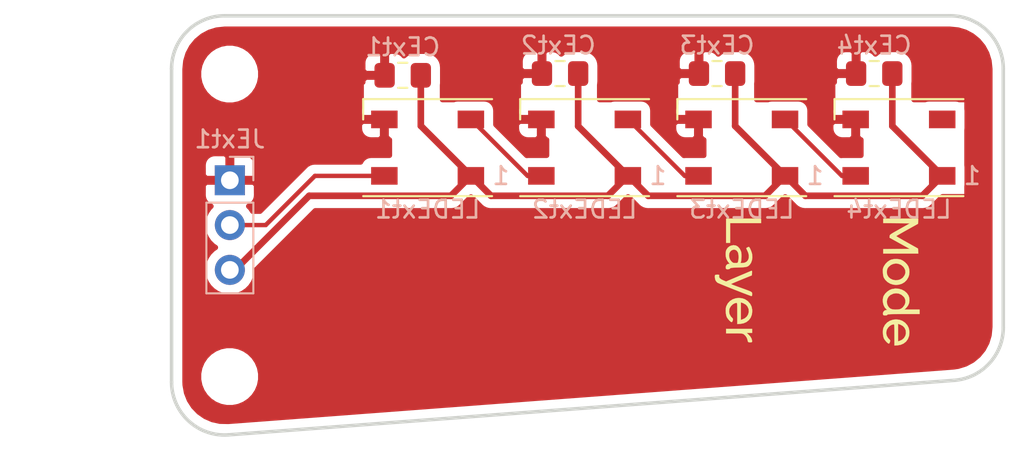
<source format=kicad_pcb>
(kicad_pcb (version 20171130) (host pcbnew "(5.1.6)-1")

  (general
    (thickness 1.6)
    (drawings 8)
    (tracks 48)
    (zones 0)
    (modules 13)
    (nets 7)
  )

  (page A4)
  (layers
    (0 F.Cu signal)
    (31 B.Cu signal)
    (32 B.Adhes user)
    (33 F.Adhes user)
    (34 B.Paste user)
    (35 F.Paste user)
    (36 B.SilkS user)
    (37 F.SilkS user)
    (38 B.Mask user)
    (39 F.Mask user)
    (40 Dwgs.User user)
    (41 Cmts.User user)
    (42 Eco1.User user)
    (43 Eco2.User user)
    (44 Edge.Cuts user)
    (45 Margin user)
    (46 B.CrtYd user)
    (47 F.CrtYd user)
    (48 B.Fab user)
    (49 F.Fab user)
  )

  (setup
    (last_trace_width 0.25)
    (user_trace_width 0.2)
    (user_trace_width 0.25)
    (user_trace_width 0.3)
    (user_trace_width 0.375)
    (trace_clearance 0.2)
    (zone_clearance 0.508)
    (zone_45_only no)
    (trace_min 0.2)
    (via_size 0.8)
    (via_drill 0.4)
    (via_min_size 0.4)
    (via_min_drill 0.3)
    (uvia_size 0.3)
    (uvia_drill 0.1)
    (uvias_allowed no)
    (uvia_min_size 0.2)
    (uvia_min_drill 0.1)
    (edge_width 0.05)
    (segment_width 0.2)
    (pcb_text_width 0.3)
    (pcb_text_size 1.5 1.5)
    (mod_edge_width 0.12)
    (mod_text_size 1 1)
    (mod_text_width 0.15)
    (pad_size 1.524 1.524)
    (pad_drill 0.762)
    (pad_to_mask_clearance 0.05)
    (aux_axis_origin 0 0)
    (visible_elements 7FFFFFFF)
    (pcbplotparams
      (layerselection 0x010f0_ffffffff)
      (usegerberextensions true)
      (usegerberattributes false)
      (usegerberadvancedattributes false)
      (creategerberjobfile false)
      (excludeedgelayer true)
      (linewidth 0.100000)
      (plotframeref false)
      (viasonmask false)
      (mode 1)
      (useauxorigin false)
      (hpglpennumber 1)
      (hpglpenspeed 20)
      (hpglpendiameter 15.000000)
      (psnegative false)
      (psa4output false)
      (plotreference true)
      (plotvalue true)
      (plotinvisibletext false)
      (padsonsilk false)
      (subtractmaskfromsilk true)
      (outputformat 1)
      (mirror false)
      (drillshape 0)
      (scaleselection 1)
      (outputdirectory "./gerber"))
  )

  (net 0 "")
  (net 1 "Net-(JExt1-Pad2)")
  (net 2 "Net-(LEDExt1-Pad2)")
  (net 3 "Net-(LEDExt2-Pad2)")
  (net 4 "Net-(LEDExt3-Pad2)")
  (net 5 "Net-(CExt1-Pad1)")
  (net 6 "Net-(CExt1-Pad2)")

  (net_class Default "This is the default net class."
    (clearance 0.2)
    (trace_width 0.25)
    (via_dia 0.8)
    (via_drill 0.4)
    (uvia_dia 0.3)
    (uvia_drill 0.1)
    (add_net "Net-(CExt1-Pad1)")
    (add_net "Net-(CExt1-Pad2)")
    (add_net "Net-(JExt1-Pad2)")
    (add_net "Net-(LEDExt1-Pad2)")
    (add_net "Net-(LEDExt2-Pad2)")
    (add_net "Net-(LEDExt3-Pad2)")
  )

  (net_class Power ""
    (clearance 0.2)
    (trace_width 0.375)
    (via_dia 0.8)
    (via_drill 0.4)
    (uvia_dia 0.3)
    (uvia_drill 0.1)
  )

  (module tunks-parts:Text_Layer_7.3x3.0mm (layer F.Cu) (tedit 0) (tstamp 5F1F4E6B)
    (at 152 102.7 270)
    (fp_text reference G*** (at 0 0 90) (layer F.SilkS) hide
      (effects (font (size 1.524 1.524) (thickness 0.3)))
    )
    (fp_text value LOGO (at 0.75 0 90) (layer F.SilkS) hide
      (effects (font (size 1.524 1.524) (thickness 0.3)))
    )
    (fp_poly (pts (xy 3.0734 -0.279254) (xy 3.166917 -0.382767) (xy 3.276925 -0.482658) (xy 3.394448 -0.55178)
      (xy 3.506799 -0.583087) (xy 3.529588 -0.5842) (xy 3.577317 -0.580889) (xy 3.599748 -0.561694)
      (xy 3.606407 -0.512722) (xy 3.6068 -0.471612) (xy 3.604838 -0.407805) (xy 3.591571 -0.369322)
      (xy 3.555929 -0.346063) (xy 3.486838 -0.327929) (xy 3.438481 -0.318066) (xy 3.338608 -0.279083)
      (xy 3.237341 -0.208958) (xy 3.155206 -0.122376) (xy 3.145534 -0.108469) (xy 3.128781 -0.077628)
      (xy 3.116549 -0.038204) (xy 3.108149 0.017713) (xy 3.102891 0.098031) (xy 3.100085 0.210659)
      (xy 3.099042 0.363506) (xy 3.098967 0.42545) (xy 3.0988 0.889) (xy 2.8448 0.889)
      (xy 2.8448 -0.5842) (xy 3.0734 -0.5842) (xy 3.0734 -0.279254)) (layer F.SilkS) (width 0.01))
    (fp_poly (pts (xy -3.1496 0.6604) (xy -2.032 0.6604) (xy -2.032 0.889) (xy -3.4036 0.889)
      (xy -3.4036 -1.0922) (xy -3.1496 -1.0922) (xy -3.1496 0.6604)) (layer F.SilkS) (width 0.01))
    (fp_poly (pts (xy 2.036279 -0.570351) (xy 2.206742 -0.504735) (xy 2.34868 -0.400358) (xy 2.457886 -0.261163)
      (xy 2.530151 -0.091096) (xy 2.559777 0.08002) (xy 2.572225 0.254) (xy 1.971912 0.254)
      (xy 1.782384 0.254133) (xy 1.637627 0.254881) (xy 1.531612 0.256768) (xy 1.45831 0.260316)
      (xy 1.411691 0.266048) (xy 1.385727 0.274486) (xy 1.374389 0.286154) (xy 1.371648 0.301574)
      (xy 1.3716 0.306061) (xy 1.39435 0.409215) (xy 1.455564 0.513413) (xy 1.544684 0.606371)
      (xy 1.651152 0.675807) (xy 1.708601 0.698166) (xy 1.864042 0.720106) (xy 2.010466 0.692779)
      (xy 2.143085 0.617543) (xy 2.20802 0.556655) (xy 2.256509 0.509972) (xy 2.299167 0.496047)
      (xy 2.361304 0.507509) (xy 2.369277 0.509688) (xy 2.431765 0.535738) (xy 2.462747 0.566642)
      (xy 2.4638 0.572693) (xy 2.444359 0.617129) (xy 2.393691 0.678164) (xy 2.323278 0.744892)
      (xy 2.244601 0.806407) (xy 2.170857 0.85097) (xy 2.07225 0.882837) (xy 1.943481 0.902589)
      (xy 1.803937 0.909312) (xy 1.673007 0.902091) (xy 1.570078 0.880011) (xy 1.568398 0.879396)
      (xy 1.401863 0.792153) (xy 1.267131 0.668297) (xy 1.1681 0.513665) (xy 1.108669 0.334094)
      (xy 1.0922 0.166431) (xy 1.103818 0.0508) (xy 1.342776 0.0508) (xy 2.333253 0.0508)
      (xy 2.310174 -0.029673) (xy 2.245376 -0.173717) (xy 2.147042 -0.286237) (xy 2.023104 -0.362581)
      (xy 1.881491 -0.398096) (xy 1.730136 -0.388127) (xy 1.708387 -0.382774) (xy 1.572829 -0.32331)
      (xy 1.46659 -0.224697) (xy 1.387598 -0.084694) (xy 1.360013 -0.00635) (xy 1.342776 0.0508)
      (xy 1.103818 0.0508) (xy 1.111463 -0.025277) (xy 1.171536 -0.191834) (xy 1.275843 -0.342482)
      (xy 1.284289 -0.352004) (xy 1.423914 -0.476005) (xy 1.581432 -0.55458) (xy 1.762893 -0.590348)
      (xy 1.8415 -0.593261) (xy 2.036279 -0.570351)) (layer F.SilkS) (width 0.01))
    (fp_poly (pts (xy -1.045443 -0.577149) (xy -0.896864 -0.522615) (xy -0.791684 -0.449638) (xy -0.743035 -0.400147)
      (xy -0.706502 -0.349505) (xy -0.680063 -0.289331) (xy -0.661695 -0.211241) (xy -0.649377 -0.106856)
      (xy -0.641086 0.032207) (xy -0.635255 0.198674) (xy -0.629948 0.360416) (xy -0.624378 0.478622)
      (xy -0.617649 0.560548) (xy -0.608864 0.613454) (xy -0.597127 0.644599) (xy -0.581541 0.661241)
      (xy -0.57785 0.663486) (xy -0.543831 0.707401) (xy -0.5334 0.788178) (xy -0.538438 0.855606)
      (xy -0.559465 0.889324) (xy -0.595067 0.903509) (xy -0.688258 0.906652) (xy -0.768146 0.873544)
      (xy -0.822118 0.81239) (xy -0.8382 0.745351) (xy -0.8382 0.681531) (xy -0.937506 0.760182)
      (xy -1.0228 0.817436) (xy -1.116199 0.86564) (xy -1.1439 0.876617) (xy -1.25333 0.902192)
      (xy -1.379385 0.912145) (xy -1.503082 0.906644) (xy -1.605441 0.885859) (xy -1.6383 0.872194)
      (xy -1.755724 0.792518) (xy -1.835409 0.692404) (xy -1.869633 0.618679) (xy -1.901468 0.474753)
      (xy -1.896735 0.437157) (xy -1.649681 0.437157) (xy -1.633611 0.524836) (xy -1.587574 0.605356)
      (xy -1.515037 0.670511) (xy -1.419471 0.712098) (xy -1.304343 0.72191) (xy -1.27 0.717992)
      (xy -1.188581 0.701304) (xy -1.117624 0.680695) (xy -1.1176 0.680687) (xy -1.059313 0.648227)
      (xy -0.99126 0.595742) (xy -0.97155 0.577659) (xy -0.921346 0.522412) (xy -0.896854 0.468845)
      (xy -0.889285 0.394259) (xy -0.889 0.364511) (xy -0.890643 0.286415) (xy -0.901667 0.243764)
      (xy -0.931214 0.221203) (xy -0.98425 0.204535) (xy -1.091375 0.18556) (xy -1.217509 0.178958)
      (xy -1.342839 0.184385) (xy -1.447555 0.201496) (xy -1.483397 0.213216) (xy -1.578042 0.273142)
      (xy -1.632314 0.350524) (xy -1.649681 0.437157) (xy -1.896735 0.437157) (xy -1.884788 0.342261)
      (xy -1.821308 0.225024) (xy -1.712739 0.126863) (xy -1.6279 0.07929) (xy -1.548939 0.045787)
      (xy -1.476598 0.026024) (xy -1.392745 0.01688) (xy -1.27925 0.01523) (xy -1.2573 0.015451)
      (xy -1.145695 0.019823) (xy -1.045989 0.029097) (xy -0.974626 0.041559) (xy -0.95885 0.046572)
      (xy -0.889 0.074942) (xy -0.889095 -0.045079) (xy -0.910122 -0.17776) (xy -0.96894 -0.282335)
      (xy -1.059504 -0.356365) (xy -1.175765 -0.397414) (xy -1.311678 -0.403043) (xy -1.461196 -0.370814)
      (xy -1.575644 -0.321885) (xy -1.6495 -0.285145) (xy -1.704876 -0.260493) (xy -1.725467 -0.254)
      (xy -1.747381 -0.274409) (xy -1.77497 -0.321396) (xy -1.797094 -0.373601) (xy -1.8034 -0.403442)
      (xy -1.781094 -0.429571) (xy -1.722343 -0.464785) (xy -1.639401 -0.503709) (xy -1.544522 -0.540964)
      (xy -1.449959 -0.571176) (xy -1.387979 -0.585728) (xy -1.213329 -0.599141) (xy -1.045443 -0.577149)) (layer F.SilkS) (width 0.01))
    (fp_poly (pts (xy 0.876718 -0.584203) (xy 0.878359 -0.5842) (xy 0.950031 -0.581435) (xy 0.982025 -0.570057)
      (xy 0.985307 -0.545447) (xy 0.983837 -0.53975) (xy 0.964951 -0.482711) (xy 0.930546 -0.387906)
      (xy 0.883152 -0.261719) (xy 0.825301 -0.110539) (xy 0.75952 0.05925) (xy 0.688342 0.241259)
      (xy 0.614295 0.429104) (xy 0.53991 0.616397) (xy 0.467718 0.796753) (xy 0.400247 0.963785)
      (xy 0.340029 1.111107) (xy 0.289593 1.232332) (xy 0.251469 1.321074) (xy 0.228188 1.370946)
      (xy 0.224118 1.377894) (xy 0.161862 1.441225) (xy 0.086971 1.488338) (xy 0.085939 1.488773)
      (xy 0.012739 1.510007) (xy -0.072179 1.521813) (xy -0.150384 1.523058) (xy -0.203447 1.512609)
      (xy -0.211667 1.507066) (xy -0.222059 1.473255) (xy -0.228034 1.408455) (xy -0.2286 1.379582)
      (xy -0.226514 1.311468) (xy -0.21494 1.282296) (xy -0.185909 1.280229) (xy -0.164915 1.285016)
      (xy -0.08896 1.283966) (xy -0.019821 1.238845) (xy 0.045278 1.14715) (xy 0.089062 1.055959)
      (xy 0.159956 0.889151) (xy -0.139043 0.184225) (xy -0.214556 0.006102) (xy -0.283914 -0.157682)
      (xy -0.344556 -0.301061) (xy -0.393919 -0.417973) (xy -0.429441 -0.502353) (xy -0.448561 -0.548138)
      (xy -0.450892 -0.553891) (xy -0.446329 -0.573079) (xy -0.407638 -0.580989) (xy -0.327121 -0.579291)
      (xy -0.1905 -0.5715) (xy 0.049646 0.019049) (xy 0.11575 0.180305) (xy 0.175987 0.324777)
      (xy 0.227648 0.446159) (xy 0.268019 0.538149) (xy 0.294389 0.594442) (xy 0.303646 0.609544)
      (xy 0.316012 0.586763) (xy 0.342567 0.523188) (xy 0.380553 0.425913) (xy 0.427215 0.302036)
      (xy 0.479796 0.158651) (xy 0.493542 0.120594) (xy 0.566122 -0.081268) (xy 0.623769 -0.240531)
      (xy 0.669229 -0.362221) (xy 0.705246 -0.451364) (xy 0.734564 -0.512986) (xy 0.759927 -0.552113)
      (xy 0.784079 -0.573773) (xy 0.809766 -0.58299) (xy 0.839731 -0.584791) (xy 0.876718 -0.584203)) (layer F.SilkS) (width 0.01))
  )

  (module tunks-parts:Text_Mode_7.6x3.1mm (layer F.Cu) (tedit 0) (tstamp 5F1F4E27)
    (at 160.9 102.8 270)
    (fp_text reference G*** (at 0 0 90) (layer F.SilkS) hide
      (effects (font (size 1.524 1.524) (thickness 0.3)))
    )
    (fp_text value LOGO (at 0.75 0 90) (layer F.SilkS) hide
      (effects (font (size 1.524 1.524) (thickness 0.3)))
    )
    (fp_poly (pts (xy -1.524 0.889) (xy -1.777245 0.889) (xy -1.783973 0.13892) (xy -1.7907 -0.61116)
      (xy -2.1082 -0.038781) (xy -2.4257 0.533599) (xy -2.512148 0.527149) (xy -2.539169 0.523905)
      (xy -2.563557 0.515174) (xy -2.588911 0.495851) (xy -2.618828 0.46083) (xy -2.656908 0.405003)
      (xy -2.706747 0.323265) (xy -2.771945 0.210509) (xy -2.856099 0.061629) (xy -2.918548 -0.049587)
      (xy -3.2385 -0.619874) (xy -3.251956 0.889) (xy -3.5052 0.889) (xy -3.5052 -1.094736)
      (xy -3.2131 -1.0795) (xy -2.8702 -0.463613) (xy -2.780466 -0.303296) (xy -2.698513 -0.158517)
      (xy -2.627619 -0.034935) (xy -2.571061 0.061792) (xy -2.532116 0.126005) (xy -2.514061 0.152045)
      (xy -2.513474 0.152337) (xy -2.497959 0.131091) (xy -2.461062 0.071082) (xy -2.406074 -0.022048)
      (xy -2.336285 -0.142655) (xy -2.254985 -0.285096) (xy -2.165466 -0.443729) (xy -2.154347 -0.46355)
      (xy -1.809047 -1.0795) (xy -1.666524 -1.087118) (xy -1.524 -1.094736) (xy -1.524 0.889)) (layer F.SilkS) (width 0.01))
    (fp_poly (pts (xy 3.153879 -0.570351) (xy 3.324342 -0.504735) (xy 3.46628 -0.400358) (xy 3.575486 -0.261163)
      (xy 3.647751 -0.091096) (xy 3.677377 0.08002) (xy 3.689825 0.254) (xy 3.089512 0.254)
      (xy 2.899984 0.254133) (xy 2.755227 0.254881) (xy 2.649212 0.256768) (xy 2.57591 0.260316)
      (xy 2.529291 0.266048) (xy 2.503327 0.274486) (xy 2.491989 0.286154) (xy 2.489248 0.301574)
      (xy 2.4892 0.306061) (xy 2.51195 0.409215) (xy 2.573164 0.513413) (xy 2.662284 0.606371)
      (xy 2.768752 0.675807) (xy 2.826201 0.698166) (xy 2.981642 0.720106) (xy 3.128066 0.692779)
      (xy 3.260685 0.617543) (xy 3.32562 0.556655) (xy 3.374109 0.509972) (xy 3.416767 0.496047)
      (xy 3.478904 0.507509) (xy 3.486877 0.509688) (xy 3.549365 0.535738) (xy 3.580347 0.566642)
      (xy 3.5814 0.572693) (xy 3.561959 0.617129) (xy 3.511291 0.678164) (xy 3.440878 0.744892)
      (xy 3.362201 0.806407) (xy 3.288457 0.85097) (xy 3.18985 0.882837) (xy 3.061081 0.902589)
      (xy 2.921537 0.909312) (xy 2.790607 0.902091) (xy 2.687678 0.880011) (xy 2.685998 0.879396)
      (xy 2.519463 0.792153) (xy 2.384731 0.668297) (xy 2.2857 0.513665) (xy 2.226269 0.334094)
      (xy 2.2098 0.166431) (xy 2.221418 0.0508) (xy 2.460376 0.0508) (xy 3.450853 0.0508)
      (xy 3.427774 -0.029673) (xy 3.362976 -0.173717) (xy 3.264642 -0.286237) (xy 3.140704 -0.362581)
      (xy 2.999091 -0.398096) (xy 2.847736 -0.388127) (xy 2.825987 -0.382774) (xy 2.690429 -0.32331)
      (xy 2.58419 -0.224697) (xy 2.505198 -0.084694) (xy 2.477613 -0.00635) (xy 2.460376 0.0508)
      (xy 2.221418 0.0508) (xy 2.229063 -0.025277) (xy 2.289136 -0.191834) (xy 2.393443 -0.342482)
      (xy 2.401889 -0.352004) (xy 2.541514 -0.476005) (xy 2.699032 -0.55458) (xy 2.880493 -0.590348)
      (xy 2.9591 -0.593261) (xy 3.153879 -0.570351)) (layer F.SilkS) (width 0.01))
    (fp_poly (pts (xy 1.905 -0.265903) (xy 1.905236 -0.024489) (xy 1.906077 0.170909) (xy 1.907722 0.325073)
      (xy 1.910368 0.442785) (xy 1.914216 0.528829) (xy 1.919464 0.587984) (xy 1.926309 0.625035)
      (xy 1.934952 0.644763) (xy 1.9431 0.651214) (xy 1.971215 0.68746) (xy 1.981165 0.768994)
      (xy 1.9812 0.775705) (xy 1.97578 0.850214) (xy 1.955913 0.888685) (xy 1.93256 0.901014)
      (xy 1.841997 0.906182) (xy 1.760114 0.870848) (xy 1.700421 0.804832) (xy 1.676427 0.717952)
      (xy 1.6764 0.714822) (xy 1.6764 0.653549) (xy 1.625507 0.718248) (xy 1.527487 0.805377)
      (xy 1.39694 0.868733) (xy 1.247506 0.905742) (xy 1.092822 0.913828) (xy 0.946529 0.890417)
      (xy 0.869891 0.860896) (xy 0.744778 0.776487) (xy 0.629855 0.658559) (xy 0.538951 0.523548)
      (xy 0.492106 0.411872) (xy 0.458372 0.217357) (xy 0.461032 0.161325) (xy 0.723937 0.161325)
      (xy 0.74948 0.323118) (xy 0.822769 0.481206) (xy 0.827331 0.488311) (xy 0.921757 0.589795)
      (xy 1.043397 0.656167) (xy 1.180309 0.684681) (xy 1.320554 0.672593) (xy 1.434348 0.627845)
      (xy 1.532817 0.559486) (xy 1.597995 0.479486) (xy 1.635293 0.376802) (xy 1.650117 0.240391)
      (xy 1.651 0.185482) (xy 1.646085 0.047659) (xy 1.628069 -0.054334) (xy 1.592044 -0.134798)
      (xy 1.533104 -0.208039) (xy 1.507217 -0.233603) (xy 1.383336 -0.322415) (xy 1.250405 -0.367025)
      (xy 1.116805 -0.366858) (xy 0.990919 -0.321335) (xy 0.924531 -0.273738) (xy 0.812388 -0.144357)
      (xy 0.745215 0.003082) (xy 0.723937 0.161325) (xy 0.461032 0.161325) (xy 0.467472 0.025672)
      (xy 0.516344 -0.155057) (xy 0.601926 -0.316707) (xy 0.721155 -0.451152) (xy 0.8509 -0.540204)
      (xy 0.987076 -0.585949) (xy 1.140282 -0.596664) (xy 1.291224 -0.572833) (xy 1.402218 -0.526428)
      (xy 1.485073 -0.469904) (xy 1.560119 -0.405779) (xy 1.584822 -0.37955) (xy 1.651 -0.300903)
      (xy 1.651 -1.1684) (xy 1.905 -1.1684) (xy 1.905 -0.265903)) (layer F.SilkS) (width 0.01))
    (fp_poly (pts (xy -0.30484 -0.574312) (xy -0.183403 -0.534586) (xy -0.026597 -0.440744) (xy 0.095481 -0.317013)
      (xy 0.182706 -0.1707) (xy 0.234947 -0.00911) (xy 0.252079 0.160449) (xy 0.233972 0.33067)
      (xy 0.1805 0.494247) (xy 0.091534 0.643873) (xy -0.033053 0.772242) (xy -0.159093 0.855056)
      (xy -0.24277 0.882833) (xy -0.366984 0.901775) (xy -0.4572 0.908188) (xy -0.568923 0.911533)
      (xy -0.647883 0.90728) (xy -0.711904 0.892492) (xy -0.77881 0.864226) (xy -0.806168 0.850626)
      (xy -0.941871 0.760376) (xy -1.060837 0.641076) (xy -1.149739 0.507445) (xy -1.179193 0.438566)
      (xy -1.210177 0.293992) (xy -1.215288 0.171198) (xy -0.961918 0.171198) (xy -0.939442 0.319528)
      (xy -0.878146 0.458127) (xy -0.778972 0.577639) (xy -0.6985 0.638284) (xy -0.607976 0.672215)
      (xy -0.493098 0.685192) (xy -0.376309 0.676025) (xy -0.312804 0.658708) (xy -0.193933 0.588567)
      (xy -0.103481 0.485141) (xy -0.042942 0.358225) (xy -0.013814 0.217615) (xy -0.017593 0.073105)
      (xy -0.055775 -0.06551) (xy -0.129857 -0.188435) (xy -0.176018 -0.236669) (xy -0.307386 -0.328605)
      (xy -0.440804 -0.369934) (xy -0.574551 -0.360648) (xy -0.706904 -0.300744) (xy -0.786985 -0.238654)
      (xy -0.886633 -0.117247) (xy -0.94463 0.022488) (xy -0.961918 0.171198) (xy -1.215288 0.171198)
      (xy -1.217019 0.129621) (xy -1.199738 -0.02966) (xy -1.178763 -0.109629) (xy -1.11779 -0.231033)
      (xy -1.02335 -0.353227) (xy -0.909923 -0.460203) (xy -0.79403 -0.534978) (xy -0.644474 -0.582295)
      (xy -0.475402 -0.595403) (xy -0.30484 -0.574312)) (layer F.SilkS) (width 0.01))
  )

  (module LED_SMD:LED_WS2812B_PLCC4_5.0x5.0mm_P3.2mm (layer F.Cu) (tedit 5AA4B285) (tstamp 5F1F4004)
    (at 134.21 95.27 180)
    (descr https://cdn-shop.adafruit.com/datasheets/WS2812B.pdf)
    (tags "LED RGB NeoPixel")
    (path /5F1DCAF5)
    (attr smd)
    (fp_text reference LEDExt1 (at 0 -3.5) (layer B.SilkS)
      (effects (font (size 1 1) (thickness 0.15)) (justify mirror))
    )
    (fp_text value WS2812B (at 0 4) (layer F.Fab)
      (effects (font (size 1 1) (thickness 0.15)))
    )
    (fp_circle (center 0 0) (end 0 -2) (layer F.Fab) (width 0.1))
    (fp_line (start 3.65 2.75) (end 3.65 1.6) (layer F.SilkS) (width 0.12))
    (fp_line (start -3.65 2.75) (end 3.65 2.75) (layer F.SilkS) (width 0.12))
    (fp_line (start -3.65 -2.75) (end 3.65 -2.75) (layer F.SilkS) (width 0.12))
    (fp_line (start 2.5 -2.5) (end -2.5 -2.5) (layer F.Fab) (width 0.1))
    (fp_line (start 2.5 2.5) (end 2.5 -2.5) (layer F.Fab) (width 0.1))
    (fp_line (start -2.5 2.5) (end 2.5 2.5) (layer F.Fab) (width 0.1))
    (fp_line (start -2.5 -2.5) (end -2.5 2.5) (layer F.Fab) (width 0.1))
    (fp_line (start 2.5 1.5) (end 1.5 2.5) (layer F.Fab) (width 0.1))
    (fp_line (start -3.45 -2.75) (end -3.45 2.75) (layer F.CrtYd) (width 0.05))
    (fp_line (start -3.45 2.75) (end 3.45 2.75) (layer F.CrtYd) (width 0.05))
    (fp_line (start 3.45 2.75) (end 3.45 -2.75) (layer F.CrtYd) (width 0.05))
    (fp_line (start 3.45 -2.75) (end -3.45 -2.75) (layer F.CrtYd) (width 0.05))
    (fp_text user 1 (at -4.15 -1.6) (layer B.SilkS)
      (effects (font (size 1 1) (thickness 0.15)) (justify mirror))
    )
    (fp_text user %R (at 0.01 0) (layer F.Fab)
      (effects (font (size 0.8 0.8) (thickness 0.15)))
    )
    (pad 3 smd rect (at 2.45 1.6 180) (size 1.5 1) (layers F.Cu F.Paste F.Mask)
      (net 6 "Net-(CExt1-Pad2)"))
    (pad 4 smd rect (at 2.45 -1.6 180) (size 1.5 1) (layers F.Cu F.Paste F.Mask)
      (net 1 "Net-(JExt1-Pad2)"))
    (pad 2 smd rect (at -2.45 1.6 180) (size 1.5 1) (layers F.Cu F.Paste F.Mask)
      (net 2 "Net-(LEDExt1-Pad2)"))
    (pad 1 smd rect (at -2.45 -1.6 180) (size 1.5 1) (layers F.Cu F.Paste F.Mask)
      (net 5 "Net-(CExt1-Pad1)"))
    (model ${KISYS3DMOD}/LED_SMD.3dshapes/LED_WS2812B_PLCC4_5.0x5.0mm_P3.2mm.wrl
      (at (xyz 0 0 0))
      (scale (xyz 1 1 1))
      (rotate (xyz 0 0 0))
    )
  )

  (module LED_SMD:LED_WS2812B_PLCC4_5.0x5.0mm_P3.2mm (layer F.Cu) (tedit 5AA4B285) (tstamp 5F1F419C)
    (at 143.1 95.27 180)
    (descr https://cdn-shop.adafruit.com/datasheets/WS2812B.pdf)
    (tags "LED RGB NeoPixel")
    (path /5F1DCB06)
    (attr smd)
    (fp_text reference LEDExt2 (at 0 -3.5) (layer B.SilkS)
      (effects (font (size 1 1) (thickness 0.15)) (justify mirror))
    )
    (fp_text value WS2812B (at 0 4) (layer F.Fab)
      (effects (font (size 1 1) (thickness 0.15)))
    )
    (fp_line (start 3.45 -2.75) (end -3.45 -2.75) (layer F.CrtYd) (width 0.05))
    (fp_line (start 3.45 2.75) (end 3.45 -2.75) (layer F.CrtYd) (width 0.05))
    (fp_line (start -3.45 2.75) (end 3.45 2.75) (layer F.CrtYd) (width 0.05))
    (fp_line (start -3.45 -2.75) (end -3.45 2.75) (layer F.CrtYd) (width 0.05))
    (fp_line (start 2.5 1.5) (end 1.5 2.5) (layer F.Fab) (width 0.1))
    (fp_line (start -2.5 -2.5) (end -2.5 2.5) (layer F.Fab) (width 0.1))
    (fp_line (start -2.5 2.5) (end 2.5 2.5) (layer F.Fab) (width 0.1))
    (fp_line (start 2.5 2.5) (end 2.5 -2.5) (layer F.Fab) (width 0.1))
    (fp_line (start 2.5 -2.5) (end -2.5 -2.5) (layer F.Fab) (width 0.1))
    (fp_line (start -3.65 -2.75) (end 3.65 -2.75) (layer F.SilkS) (width 0.12))
    (fp_line (start -3.65 2.75) (end 3.65 2.75) (layer F.SilkS) (width 0.12))
    (fp_line (start 3.65 2.75) (end 3.65 1.6) (layer F.SilkS) (width 0.12))
    (fp_circle (center 0 0) (end 0 -2) (layer F.Fab) (width 0.1))
    (fp_text user %R (at 0 0) (layer F.Fab)
      (effects (font (size 0.8 0.8) (thickness 0.15)))
    )
    (fp_text user 1 (at -4.15 -1.6) (layer B.SilkS)
      (effects (font (size 1 1) (thickness 0.15)) (justify mirror))
    )
    (pad 1 smd rect (at -2.45 -1.6 180) (size 1.5 1) (layers F.Cu F.Paste F.Mask)
      (net 5 "Net-(CExt1-Pad1)"))
    (pad 2 smd rect (at -2.45 1.6 180) (size 1.5 1) (layers F.Cu F.Paste F.Mask)
      (net 3 "Net-(LEDExt2-Pad2)"))
    (pad 4 smd rect (at 2.45 -1.6 180) (size 1.5 1) (layers F.Cu F.Paste F.Mask)
      (net 2 "Net-(LEDExt1-Pad2)"))
    (pad 3 smd rect (at 2.45 1.6 180) (size 1.5 1) (layers F.Cu F.Paste F.Mask)
      (net 6 "Net-(CExt1-Pad2)"))
    (model ${KISYS3DMOD}/LED_SMD.3dshapes/LED_WS2812B_PLCC4_5.0x5.0mm_P3.2mm.wrl
      (at (xyz 0 0 0))
      (scale (xyz 1 1 1))
      (rotate (xyz 0 0 0))
    )
  )

  (module LED_SMD:LED_WS2812B_PLCC4_5.0x5.0mm_P3.2mm (layer F.Cu) (tedit 5AA4B285) (tstamp 5F1F40E8)
    (at 152 95.27 180)
    (descr https://cdn-shop.adafruit.com/datasheets/WS2812B.pdf)
    (tags "LED RGB NeoPixel")
    (path /5F1DCB14)
    (attr smd)
    (fp_text reference LEDExt3 (at 0 -3.5) (layer B.SilkS)
      (effects (font (size 1 1) (thickness 0.15)) (justify mirror))
    )
    (fp_text value WS2812B (at 0 4) (layer F.Fab)
      (effects (font (size 1 1) (thickness 0.15)))
    )
    (fp_line (start 3.45 -2.75) (end -3.45 -2.75) (layer F.CrtYd) (width 0.05))
    (fp_line (start 3.45 2.75) (end 3.45 -2.75) (layer F.CrtYd) (width 0.05))
    (fp_line (start -3.45 2.75) (end 3.45 2.75) (layer F.CrtYd) (width 0.05))
    (fp_line (start -3.45 -2.75) (end -3.45 2.75) (layer F.CrtYd) (width 0.05))
    (fp_line (start 2.5 1.5) (end 1.5 2.5) (layer F.Fab) (width 0.1))
    (fp_line (start -2.5 -2.5) (end -2.5 2.5) (layer F.Fab) (width 0.1))
    (fp_line (start -2.5 2.5) (end 2.5 2.5) (layer F.Fab) (width 0.1))
    (fp_line (start 2.5 2.5) (end 2.5 -2.5) (layer F.Fab) (width 0.1))
    (fp_line (start 2.5 -2.5) (end -2.5 -2.5) (layer F.Fab) (width 0.1))
    (fp_line (start -3.65 -2.75) (end 3.65 -2.75) (layer F.SilkS) (width 0.12))
    (fp_line (start -3.65 2.75) (end 3.65 2.75) (layer F.SilkS) (width 0.12))
    (fp_line (start 3.65 2.75) (end 3.65 1.6) (layer F.SilkS) (width 0.12))
    (fp_circle (center 0 0) (end 0 -2) (layer F.Fab) (width 0.1))
    (fp_text user %R (at 0 0) (layer F.Fab)
      (effects (font (size 0.8 0.8) (thickness 0.15)))
    )
    (fp_text user 1 (at -4.15 -1.6) (layer B.SilkS)
      (effects (font (size 1 1) (thickness 0.15)) (justify mirror))
    )
    (pad 1 smd rect (at -2.45 -1.6 180) (size 1.5 1) (layers F.Cu F.Paste F.Mask)
      (net 5 "Net-(CExt1-Pad1)"))
    (pad 2 smd rect (at -2.45 1.6 180) (size 1.5 1) (layers F.Cu F.Paste F.Mask)
      (net 4 "Net-(LEDExt3-Pad2)"))
    (pad 4 smd rect (at 2.45 -1.6 180) (size 1.5 1) (layers F.Cu F.Paste F.Mask)
      (net 3 "Net-(LEDExt2-Pad2)"))
    (pad 3 smd rect (at 2.45 1.6 180) (size 1.5 1) (layers F.Cu F.Paste F.Mask)
      (net 6 "Net-(CExt1-Pad2)"))
    (model ${KISYS3DMOD}/LED_SMD.3dshapes/LED_WS2812B_PLCC4_5.0x5.0mm_P3.2mm.wrl
      (at (xyz 0 0 0))
      (scale (xyz 1 1 1))
      (rotate (xyz 0 0 0))
    )
  )

  (module MountingHole:MountingHole_2.2mm_M2_ISO7380 (layer F.Cu) (tedit 56D1B4CB) (tstamp 5F1F41CF)
    (at 123 108.25)
    (descr "Mounting Hole 2.2mm, no annular, M2, ISO7380")
    (tags "mounting hole 2.2mm no annular m2 iso7380")
    (attr virtual)
    (fp_text reference M2 (at 0 -2.75) (layer B.SilkS) hide
      (effects (font (size 1 1) (thickness 0.15)))
    )
    (fp_text value MountingHole_2.2mm_M2_ISO7380 (at 0 2.75) (layer F.Fab)
      (effects (font (size 1 1) (thickness 0.15)))
    )
    (fp_circle (center 0 0) (end 2 0) (layer F.CrtYd) (width 0.05))
    (fp_circle (center 0 0) (end 1.75 0) (layer Cmts.User) (width 0.15))
    (fp_text user %R (at 0.3 0) (layer F.Fab)
      (effects (font (size 1 1) (thickness 0.15)))
    )
    (pad 1 np_thru_hole circle (at 0 0) (size 2.2 2.2) (drill 2.2) (layers *.Cu *.Mask))
  )

  (module MountingHole:MountingHole_2.2mm_M2_ISO7380 (layer F.Cu) (tedit 56D1B4CB) (tstamp 5F1F41E4)
    (at 123 91.1)
    (descr "Mounting Hole 2.2mm, no annular, M2, ISO7380")
    (tags "mounting hole 2.2mm no annular m2 iso7380")
    (attr virtual)
    (fp_text reference M1 (at 0 -2.75) (layer B.SilkS) hide
      (effects (font (size 1 1) (thickness 0.15)))
    )
    (fp_text value MountingHole_2.2mm_M2_ISO7380 (at 0 2.75) (layer F.Fab)
      (effects (font (size 1 1) (thickness 0.15)))
    )
    (fp_circle (center 0 0) (end 2 0) (layer F.CrtYd) (width 0.05))
    (fp_circle (center 0 0) (end 1.75 0) (layer Cmts.User) (width 0.15))
    (fp_text user %R (at 0.3 0) (layer F.Fab)
      (effects (font (size 1 1) (thickness 0.15)))
    )
    (pad 1 np_thru_hole circle (at 0 0) (size 2.2 2.2) (drill 2.2) (layers *.Cu *.Mask))
  )

  (module LED_SMD:LED_WS2812B_PLCC4_5.0x5.0mm_P3.2mm (layer F.Cu) (tedit 5AA4B285) (tstamp 5F1F4076)
    (at 160.9 95.27 180)
    (descr https://cdn-shop.adafruit.com/datasheets/WS2812B.pdf)
    (tags "LED RGB NeoPixel")
    (path /5F1DCB22)
    (attr smd)
    (fp_text reference LEDExt4 (at 0 -3.5) (layer B.SilkS)
      (effects (font (size 1 1) (thickness 0.15)) (justify mirror))
    )
    (fp_text value WS2812B (at 0 4) (layer F.Fab)
      (effects (font (size 1 1) (thickness 0.15)))
    )
    (fp_line (start 3.45 -2.75) (end -3.45 -2.75) (layer F.CrtYd) (width 0.05))
    (fp_line (start 3.45 2.75) (end 3.45 -2.75) (layer F.CrtYd) (width 0.05))
    (fp_line (start -3.45 2.75) (end 3.45 2.75) (layer F.CrtYd) (width 0.05))
    (fp_line (start -3.45 -2.75) (end -3.45 2.75) (layer F.CrtYd) (width 0.05))
    (fp_line (start 2.5 1.5) (end 1.5 2.5) (layer F.Fab) (width 0.1))
    (fp_line (start -2.5 -2.5) (end -2.5 2.5) (layer F.Fab) (width 0.1))
    (fp_line (start -2.5 2.5) (end 2.5 2.5) (layer F.Fab) (width 0.1))
    (fp_line (start 2.5 2.5) (end 2.5 -2.5) (layer F.Fab) (width 0.1))
    (fp_line (start 2.5 -2.5) (end -2.5 -2.5) (layer F.Fab) (width 0.1))
    (fp_line (start -3.65 -2.75) (end 3.65 -2.75) (layer F.SilkS) (width 0.12))
    (fp_line (start -3.65 2.75) (end 3.65 2.75) (layer F.SilkS) (width 0.12))
    (fp_line (start 3.65 2.75) (end 3.65 1.6) (layer F.SilkS) (width 0.12))
    (fp_circle (center 0 0) (end 0 -2) (layer F.Fab) (width 0.1))
    (fp_text user %R (at 0 0) (layer F.Fab)
      (effects (font (size 0.8 0.8) (thickness 0.15)))
    )
    (fp_text user 1 (at -4.15 -1.6) (layer B.SilkS)
      (effects (font (size 1 1) (thickness 0.15)) (justify mirror))
    )
    (pad 1 smd rect (at -2.45 -1.6 180) (size 1.5 1) (layers F.Cu F.Paste F.Mask)
      (net 5 "Net-(CExt1-Pad1)"))
    (pad 2 smd rect (at -2.45 1.6 180) (size 1.5 1) (layers F.Cu F.Paste F.Mask))
    (pad 4 smd rect (at 2.45 -1.6 180) (size 1.5 1) (layers F.Cu F.Paste F.Mask)
      (net 4 "Net-(LEDExt3-Pad2)"))
    (pad 3 smd rect (at 2.45 1.6 180) (size 1.5 1) (layers F.Cu F.Paste F.Mask)
      (net 6 "Net-(CExt1-Pad2)"))
    (model ${KISYS3DMOD}/LED_SMD.3dshapes/LED_WS2812B_PLCC4_5.0x5.0mm_P3.2mm.wrl
      (at (xyz 0 0 0))
      (scale (xyz 1 1 1))
      (rotate (xyz 0 0 0))
    )
  )

  (module Connector_PinHeader_2.54mm:PinHeader_1x03_P2.54mm_Vertical (layer B.Cu) (tedit 59FED5CC) (tstamp 5F1F412A)
    (at 123.01 97.12 180)
    (descr "Through hole straight pin header, 1x03, 2.54mm pitch, single row")
    (tags "Through hole pin header THT 1x03 2.54mm single row")
    (path /5F1DCAEF)
    (fp_text reference JExt1 (at 0 2.33) (layer B.SilkS)
      (effects (font (size 1 1) (thickness 0.15)) (justify mirror))
    )
    (fp_text value Conn_01x03 (at 0 -7.41) (layer B.Fab)
      (effects (font (size 1 1) (thickness 0.15)) (justify mirror))
    )
    (fp_line (start -0.635 1.27) (end 1.27 1.27) (layer B.Fab) (width 0.1))
    (fp_line (start 1.27 1.27) (end 1.27 -6.35) (layer B.Fab) (width 0.1))
    (fp_line (start 1.27 -6.35) (end -1.27 -6.35) (layer B.Fab) (width 0.1))
    (fp_line (start -1.27 -6.35) (end -1.27 0.635) (layer B.Fab) (width 0.1))
    (fp_line (start -1.27 0.635) (end -0.635 1.27) (layer B.Fab) (width 0.1))
    (fp_line (start -1.33 -6.41) (end 1.33 -6.41) (layer B.SilkS) (width 0.12))
    (fp_line (start -1.33 -1.27) (end -1.33 -6.41) (layer B.SilkS) (width 0.12))
    (fp_line (start 1.33 -1.27) (end 1.33 -6.41) (layer B.SilkS) (width 0.12))
    (fp_line (start -1.33 -1.27) (end 1.33 -1.27) (layer B.SilkS) (width 0.12))
    (fp_line (start -1.33 0) (end -1.33 1.33) (layer B.SilkS) (width 0.12))
    (fp_line (start -1.33 1.33) (end 0 1.33) (layer B.SilkS) (width 0.12))
    (fp_line (start -1.8 1.8) (end -1.8 -6.85) (layer B.CrtYd) (width 0.05))
    (fp_line (start -1.8 -6.85) (end 1.8 -6.85) (layer B.CrtYd) (width 0.05))
    (fp_line (start 1.8 -6.85) (end 1.8 1.8) (layer B.CrtYd) (width 0.05))
    (fp_line (start 1.8 1.8) (end -1.8 1.8) (layer B.CrtYd) (width 0.05))
    (fp_text user %R (at 0 -2.54 270) (layer B.Fab)
      (effects (font (size 1 1) (thickness 0.15)) (justify mirror))
    )
    (pad 3 thru_hole oval (at 0 -5.08 180) (size 1.7 1.7) (drill 1) (layers *.Cu *.Mask)
      (net 5 "Net-(CExt1-Pad1)"))
    (pad 2 thru_hole oval (at 0 -2.54 180) (size 1.7 1.7) (drill 1) (layers *.Cu *.Mask)
      (net 1 "Net-(JExt1-Pad2)"))
    (pad 1 thru_hole rect (at 0 0 180) (size 1.7 1.7) (drill 1) (layers *.Cu *.Mask)
      (net 6 "Net-(CExt1-Pad2)"))
    (model ${KISYS3DMOD}/Connector_PinHeader_2.54mm.3dshapes/PinHeader_1x03_P2.54mm_Vertical.wrl
      (at (xyz 0 0 0))
      (scale (xyz 1 1 1))
      (rotate (xyz 0 0 0))
    )
  )

  (module Capacitor_SMD:C_0805_2012Metric_Pad1.15x1.40mm_HandSolder (layer F.Cu) (tedit 5B36C52B) (tstamp 5F1F3FCE)
    (at 159.5 91.07 180)
    (descr "Capacitor SMD 0805 (2012 Metric), square (rectangular) end terminal, IPC_7351 nominal with elongated pad for handsoldering. (Body size source: https://docs.google.com/spreadsheets/d/1BsfQQcO9C6DZCsRaXUlFlo91Tg2WpOkGARC1WS5S8t0/edit?usp=sharing), generated with kicad-footprint-generator")
    (tags "capacitor handsolder")
    (path /5F1DCB28)
    (attr smd)
    (fp_text reference CExt4 (at 0 1.6) (layer B.SilkS)
      (effects (font (size 1 1) (thickness 0.15)) (justify mirror))
    )
    (fp_text value 0,1uF (at 0 1.65) (layer F.Fab)
      (effects (font (size 1 1) (thickness 0.15)))
    )
    (fp_line (start -1 0.6) (end -1 -0.6) (layer F.Fab) (width 0.1))
    (fp_line (start -1 -0.6) (end 1 -0.6) (layer F.Fab) (width 0.1))
    (fp_line (start 1 -0.6) (end 1 0.6) (layer F.Fab) (width 0.1))
    (fp_line (start 1 0.6) (end -1 0.6) (layer F.Fab) (width 0.1))
    (fp_line (start -0.261252 -0.71) (end 0.261252 -0.71) (layer F.SilkS) (width 0.12))
    (fp_line (start -0.261252 0.71) (end 0.261252 0.71) (layer F.SilkS) (width 0.12))
    (fp_line (start -1.85 0.95) (end -1.85 -0.95) (layer F.CrtYd) (width 0.05))
    (fp_line (start -1.85 -0.95) (end 1.85 -0.95) (layer F.CrtYd) (width 0.05))
    (fp_line (start 1.85 -0.95) (end 1.85 0.95) (layer F.CrtYd) (width 0.05))
    (fp_line (start 1.85 0.95) (end -1.85 0.95) (layer F.CrtYd) (width 0.05))
    (fp_text user %R (at 0 0) (layer F.Fab)
      (effects (font (size 0.5 0.5) (thickness 0.08)))
    )
    (pad 2 smd roundrect (at 1.025 0 180) (size 1.15 1.4) (layers F.Cu F.Paste F.Mask) (roundrect_rratio 0.217391)
      (net 6 "Net-(CExt1-Pad2)"))
    (pad 1 smd roundrect (at -1.025 0 180) (size 1.15 1.4) (layers F.Cu F.Paste F.Mask) (roundrect_rratio 0.217391)
      (net 5 "Net-(CExt1-Pad1)"))
    (model ${KISYS3DMOD}/Capacitor_SMD.3dshapes/C_0805_2012Metric.wrl
      (at (xyz 0 0 0))
      (scale (xyz 1 1 1))
      (rotate (xyz 0 0 0))
    )
  )

  (module Capacitor_SMD:C_0805_2012Metric_Pad1.15x1.40mm_HandSolder (layer F.Cu) (tedit 5B36C52B) (tstamp 5F1F4040)
    (at 150.6 91.07 180)
    (descr "Capacitor SMD 0805 (2012 Metric), square (rectangular) end terminal, IPC_7351 nominal with elongated pad for handsoldering. (Body size source: https://docs.google.com/spreadsheets/d/1BsfQQcO9C6DZCsRaXUlFlo91Tg2WpOkGARC1WS5S8t0/edit?usp=sharing), generated with kicad-footprint-generator")
    (tags "capacitor handsolder")
    (path /5F1DCB1A)
    (attr smd)
    (fp_text reference CExt3 (at 0 1.6) (layer B.SilkS)
      (effects (font (size 1 1) (thickness 0.15)) (justify mirror))
    )
    (fp_text value 0,1uF (at 0 1.65) (layer F.Fab)
      (effects (font (size 1 1) (thickness 0.15)))
    )
    (fp_line (start -1 0.6) (end -1 -0.6) (layer F.Fab) (width 0.1))
    (fp_line (start -1 -0.6) (end 1 -0.6) (layer F.Fab) (width 0.1))
    (fp_line (start 1 -0.6) (end 1 0.6) (layer F.Fab) (width 0.1))
    (fp_line (start 1 0.6) (end -1 0.6) (layer F.Fab) (width 0.1))
    (fp_line (start -0.261252 -0.71) (end 0.261252 -0.71) (layer F.SilkS) (width 0.12))
    (fp_line (start -0.261252 0.71) (end 0.261252 0.71) (layer F.SilkS) (width 0.12))
    (fp_line (start -1.85 0.95) (end -1.85 -0.95) (layer F.CrtYd) (width 0.05))
    (fp_line (start -1.85 -0.95) (end 1.85 -0.95) (layer F.CrtYd) (width 0.05))
    (fp_line (start 1.85 -0.95) (end 1.85 0.95) (layer F.CrtYd) (width 0.05))
    (fp_line (start 1.85 0.95) (end -1.85 0.95) (layer F.CrtYd) (width 0.05))
    (fp_text user %R (at 0 0) (layer F.Fab)
      (effects (font (size 0.5 0.5) (thickness 0.08)))
    )
    (pad 2 smd roundrect (at 1.025 0 180) (size 1.15 1.4) (layers F.Cu F.Paste F.Mask) (roundrect_rratio 0.217391)
      (net 6 "Net-(CExt1-Pad2)"))
    (pad 1 smd roundrect (at -1.025 0 180) (size 1.15 1.4) (layers F.Cu F.Paste F.Mask) (roundrect_rratio 0.217391)
      (net 5 "Net-(CExt1-Pad1)"))
    (model ${KISYS3DMOD}/Capacitor_SMD.3dshapes/C_0805_2012Metric.wrl
      (at (xyz 0 0 0))
      (scale (xyz 1 1 1))
      (rotate (xyz 0 0 0))
    )
  )

  (module Capacitor_SMD:C_0805_2012Metric_Pad1.15x1.40mm_HandSolder (layer F.Cu) (tedit 5B36C52B) (tstamp 5F1F4166)
    (at 141.71 91.07 180)
    (descr "Capacitor SMD 0805 (2012 Metric), square (rectangular) end terminal, IPC_7351 nominal with elongated pad for handsoldering. (Body size source: https://docs.google.com/spreadsheets/d/1BsfQQcO9C6DZCsRaXUlFlo91Tg2WpOkGARC1WS5S8t0/edit?usp=sharing), generated with kicad-footprint-generator")
    (tags "capacitor handsolder")
    (path /5F1DCB0C)
    (attr smd)
    (fp_text reference CExt2 (at 0.1 1.6) (layer B.SilkS)
      (effects (font (size 1 1) (thickness 0.15)) (justify mirror))
    )
    (fp_text value 0,1uF (at 0 1.65) (layer F.Fab)
      (effects (font (size 1 1) (thickness 0.15)))
    )
    (fp_line (start -1 0.6) (end -1 -0.6) (layer F.Fab) (width 0.1))
    (fp_line (start -1 -0.6) (end 1 -0.6) (layer F.Fab) (width 0.1))
    (fp_line (start 1 -0.6) (end 1 0.6) (layer F.Fab) (width 0.1))
    (fp_line (start 1 0.6) (end -1 0.6) (layer F.Fab) (width 0.1))
    (fp_line (start -0.261252 -0.71) (end 0.261252 -0.71) (layer F.SilkS) (width 0.12))
    (fp_line (start -0.261252 0.71) (end 0.261252 0.71) (layer F.SilkS) (width 0.12))
    (fp_line (start -1.85 0.95) (end -1.85 -0.95) (layer F.CrtYd) (width 0.05))
    (fp_line (start -1.85 -0.95) (end 1.85 -0.95) (layer F.CrtYd) (width 0.05))
    (fp_line (start 1.85 -0.95) (end 1.85 0.95) (layer F.CrtYd) (width 0.05))
    (fp_line (start 1.85 0.95) (end -1.85 0.95) (layer F.CrtYd) (width 0.05))
    (fp_text user %R (at 0 0) (layer F.Fab)
      (effects (font (size 0.5 0.5) (thickness 0.08)))
    )
    (pad 2 smd roundrect (at 1.025 0 180) (size 1.15 1.4) (layers F.Cu F.Paste F.Mask) (roundrect_rratio 0.217391)
      (net 6 "Net-(CExt1-Pad2)"))
    (pad 1 smd roundrect (at -1.025 0 180) (size 1.15 1.4) (layers F.Cu F.Paste F.Mask) (roundrect_rratio 0.217391)
      (net 5 "Net-(CExt1-Pad1)"))
    (model ${KISYS3DMOD}/Capacitor_SMD.3dshapes/C_0805_2012Metric.wrl
      (at (xyz 0 0 0))
      (scale (xyz 1 1 1))
      (rotate (xyz 0 0 0))
    )
  )

  (module Capacitor_SMD:C_0805_2012Metric_Pad1.15x1.40mm_HandSolder (layer F.Cu) (tedit 5B36C52B) (tstamp 5F1F40B2)
    (at 132.8 91.17 180)
    (descr "Capacitor SMD 0805 (2012 Metric), square (rectangular) end terminal, IPC_7351 nominal with elongated pad for handsoldering. (Body size source: https://docs.google.com/spreadsheets/d/1BsfQQcO9C6DZCsRaXUlFlo91Tg2WpOkGARC1WS5S8t0/edit?usp=sharing), generated with kicad-footprint-generator")
    (tags "capacitor handsolder")
    (path /5F1DCAFB)
    (attr smd)
    (fp_text reference CExt1 (at 0 1.6) (layer B.SilkS)
      (effects (font (size 1 1) (thickness 0.15)) (justify mirror))
    )
    (fp_text value 0,1uF (at 0 1.65) (layer F.Fab)
      (effects (font (size 1 1) (thickness 0.15)))
    )
    (fp_line (start 1.85 0.95) (end -1.85 0.95) (layer F.CrtYd) (width 0.05))
    (fp_line (start 1.85 -0.95) (end 1.85 0.95) (layer F.CrtYd) (width 0.05))
    (fp_line (start -1.85 -0.95) (end 1.85 -0.95) (layer F.CrtYd) (width 0.05))
    (fp_line (start -1.85 0.95) (end -1.85 -0.95) (layer F.CrtYd) (width 0.05))
    (fp_line (start -0.261252 0.71) (end 0.261252 0.71) (layer F.SilkS) (width 0.12))
    (fp_line (start -0.261252 -0.71) (end 0.261252 -0.71) (layer F.SilkS) (width 0.12))
    (fp_line (start 1 0.6) (end -1 0.6) (layer F.Fab) (width 0.1))
    (fp_line (start 1 -0.6) (end 1 0.6) (layer F.Fab) (width 0.1))
    (fp_line (start -1 -0.6) (end 1 -0.6) (layer F.Fab) (width 0.1))
    (fp_line (start -1 0.6) (end -1 -0.6) (layer F.Fab) (width 0.1))
    (fp_text user %R (at 0 0) (layer F.Fab)
      (effects (font (size 0.5 0.5) (thickness 0.08)))
    )
    (pad 1 smd roundrect (at -1.025 0 180) (size 1.15 1.4) (layers F.Cu F.Paste F.Mask) (roundrect_rratio 0.217391)
      (net 5 "Net-(CExt1-Pad1)"))
    (pad 2 smd roundrect (at 1.025 0 180) (size 1.15 1.4) (layers F.Cu F.Paste F.Mask) (roundrect_rratio 0.217391)
      (net 6 "Net-(CExt1-Pad2)"))
    (model ${KISYS3DMOD}/Capacitor_SMD.3dshapes/C_0805_2012Metric.wrl
      (at (xyz 0 0 0))
      (scale (xyz 1 1 1))
      (rotate (xyz 0 0 0))
    )
  )

  (gr_arc (start 163.81 105.469675) (end 164.034936 108.461231) (angle -85.7) (layer Edge.Cuts) (width 0.2))
  (gr_line (start 166.81 90.794039) (end 166.809999 105.469675) (layer Edge.Cuts) (width 0.2))
  (gr_arc (start 163.809999 90.79404) (end 166.81 90.794039) (angle -90) (layer Edge.Cuts) (width 0.2))
  (gr_line (start 122.709999 87.794039) (end 163.81 87.794039) (layer Edge.Cuts) (width 0.2))
  (gr_line (start 119.71 90.794039) (end 119.71 108.56) (layer Edge.Cuts) (width 0.2))
  (gr_arc (start 122.709999 90.794039) (end 122.709999 87.794039) (angle -90) (layer Edge.Cuts) (width 0.2))
  (gr_line (start 122.934936 111.551555) (end 164.034936 108.461231) (layer Edge.Cuts) (width 0.2))
  (gr_arc (start 122.71 108.56) (end 119.71 108.56) (angle -94.3) (layer Edge.Cuts) (width 0.2))

  (segment (start 123.01 102.2) (end 123.04 102.2) (width 0.375) (layer F.Cu) (net 5) (tstamp 5F1F3FAA))
  (segment (start 136.66 96.87) (end 136.66 96.92) (width 0.375) (layer F.Cu) (net 5) (tstamp 5F1F3FBC))
  (segment (start 145.56 96.87) (end 145.56 96.92) (width 0.375) (layer F.Cu) (net 5) (tstamp 5F1F3FB6))
  (segment (start 154.46 96.87) (end 154.46 96.92) (width 0.375) (layer F.Cu) (net 5) (tstamp 5F1F3FA4))
  (segment (start 123.04 102.2) (end 123.31 102.47) (width 0.375) (layer F.Cu) (net 5) (tstamp 5F1F3F9E))
  (segment (start 145.56 96.87) (end 145.61 96.87) (width 0.375) (layer F.Cu) (net 5) (tstamp 5F1F3FAD))
  (segment (start 154.46 96.87) (end 154.51 96.87) (width 0.375) (layer F.Cu) (net 5) (tstamp 5F1F3FA1))
  (segment (start 133.825 94.035) (end 136.66 96.87) (width 0.375) (layer F.Cu) (net 5) (tstamp 5F1F427A))
  (segment (start 133.825 91.17) (end 133.825 94.035) (width 0.375) (layer F.Cu) (net 5) (tstamp 5F1F427D))
  (segment (start 142.735 94.055) (end 145.55 96.87) (width 0.375) (layer F.Cu) (net 5) (tstamp 5F1F4265))
  (segment (start 142.735 91.07) (end 142.735 94.055) (width 0.375) (layer F.Cu) (net 5) (tstamp 5F1F4268))
  (segment (start 151.625 94.045) (end 154.45 96.87) (width 0.375) (layer F.Cu) (net 5) (tstamp 5F1F4277))
  (segment (start 151.625 91.07) (end 151.625 94.045) (width 0.375) (layer F.Cu) (net 5) (tstamp 5F1F4274))
  (segment (start 160.525 94.045) (end 163.35 96.87) (width 0.375) (layer F.Cu) (net 5) (tstamp 5F1F4250))
  (segment (start 160.525 91.07) (end 160.525 94.045) (width 0.375) (layer F.Cu) (net 5) (tstamp 5F1F424D))
  (segment (start 135.53 98) (end 136.66 96.87) (width 0.375) (layer F.Cu) (net 5) (tstamp 5F1F4238))
  (segment (start 127.5 98) (end 135.53 98) (width 0.375) (layer F.Cu) (net 5) (tstamp 5F1F4235))
  (segment (start 123.01 102.2) (end 123.3 102.2) (width 0.375) (layer F.Cu) (net 5) (tstamp 5F1F423B))
  (segment (start 123.3 102.2) (end 127.5 98) (width 0.375) (layer F.Cu) (net 5) (tstamp 5F1F423E))
  (segment (start 136.66 96.87) (end 136.67 96.87) (width 0.375) (layer F.Cu) (net 5) (tstamp 5F1F4220))
  (segment (start 136.67 96.87) (end 137.8 98) (width 0.375) (layer F.Cu) (net 5) (tstamp 5F1F4226))
  (segment (start 144.42 98) (end 145.55 96.87) (width 0.375) (layer F.Cu) (net 5) (tstamp 5F1F4229))
  (segment (start 137.8 98) (end 144.42 98) (width 0.375) (layer F.Cu) (net 5) (tstamp 5F1F4223))
  (segment (start 145.55 96.87) (end 145.57 96.87) (width 0.375) (layer F.Cu) (net 5) (tstamp 5F1F4214))
  (segment (start 145.57 96.87) (end 146.7 98) (width 0.375) (layer F.Cu) (net 5) (tstamp 5F1F421A))
  (segment (start 153.32 98) (end 154.45 96.87) (width 0.375) (layer F.Cu) (net 5) (tstamp 5F1F421D))
  (segment (start 146.7 98) (end 153.32 98) (width 0.375) (layer F.Cu) (net 5) (tstamp 5F1F4217))
  (segment (start 154.45 96.87) (end 154.47 96.87) (width 0.375) (layer F.Cu) (net 5) (tstamp 5F1F424A))
  (segment (start 154.47 96.87) (end 155.6 98) (width 0.375) (layer F.Cu) (net 5) (tstamp 5F1F4244))
  (segment (start 162.22 98) (end 163.35 96.87) (width 0.375) (layer F.Cu) (net 5) (tstamp 5F1F4247))
  (segment (start 155.6 98) (end 162.22 98) (width 0.375) (layer F.Cu) (net 5) (tstamp 5F1F4241))
  (segment (start 140.66 91.095) (end 140.685 91.07) (width 0.375) (layer F.Cu) (net 6) (tstamp 5F1F3FA7))
  (segment (start 149.56 91.095) (end 149.585 91.07) (width 0.375) (layer F.Cu) (net 6) (tstamp 5F1F3FB9))
  (segment (start 158.46 91.095) (end 158.485 91.07) (width 0.375) (layer F.Cu) (net 6) (tstamp 5F1F3FB0))
  (segment (start 131.76 91.195) (end 131.785 91.17) (width 0.375) (layer F.Cu) (net 6) (tstamp 5F1F3FB3))
  (segment (start 123.01 97.12) (end 123.06 97.12) (width 0.375) (layer F.Cu) (net 6) (tstamp 5F1F41F3))
  (segment (start 123.01 99.66) (end 125.04 99.66) (width 0.25) (layer F.Cu) (net 1) (tstamp 5F1F4232))
  (segment (start 127.83 96.87) (end 131.76 96.87) (width 0.25) (layer F.Cu) (net 1) (tstamp 5F1F422F))
  (segment (start 125.04 99.66) (end 127.83 96.87) (width 0.25) (layer F.Cu) (net 1) (tstamp 5F1F422C))
  (segment (start 136.66 93.67) (end 136.67 93.67) (width 0.25) (layer F.Cu) (net 2) (tstamp 5F1F426E))
  (segment (start 139.87 96.87) (end 140.65 96.87) (width 0.25) (layer F.Cu) (net 2) (tstamp 5F1F426B))
  (segment (start 136.67 93.67) (end 139.87 96.87) (width 0.25) (layer F.Cu) (net 2) (tstamp 5F1F4271))
  (segment (start 145.55 93.67) (end 145.57 93.67) (width 0.25) (layer F.Cu) (net 3) (tstamp 5F1F4253))
  (segment (start 148.77 96.87) (end 149.55 96.87) (width 0.25) (layer F.Cu) (net 3) (tstamp 5F1F4259))
  (segment (start 145.57 93.67) (end 148.77 96.87) (width 0.25) (layer F.Cu) (net 3) (tstamp 5F1F4262))
  (segment (start 154.45 93.67) (end 154.47 93.67) (width 0.25) (layer F.Cu) (net 4) (tstamp 5F1F425F))
  (segment (start 157.67 96.87) (end 158.45 96.87) (width 0.25) (layer F.Cu) (net 4) (tstamp 5F1F4256))
  (segment (start 154.47 93.67) (end 157.67 96.87) (width 0.25) (layer F.Cu) (net 4) (tstamp 5F1F425C))

  (zone (net 6) (net_name "Net-(CExt1-Pad2)") (layer F.Cu) (tstamp 5F1F439F) (hatch edge 0.508)
    (connect_pads (clearance 0.508))
    (min_thickness 0.3)
    (fill yes (arc_segments 32) (thermal_gap 0.508) (thermal_bridge_width 0.508))
    (polygon
      (pts
        (xy 164.4 86.9) (xy 167.5 88) (xy 168 108.6) (xy 118.9 112.5) (xy 119.5 87)
      )
    )
    (filled_polygon
      (pts
        (xy 164.244763 88.598302) (xy 164.662976 88.724568) (xy 165.048689 88.929656) (xy 165.387229 89.205761) (xy 165.665689 89.542362)
        (xy 165.873465 89.926635) (xy 166.002647 90.343954) (xy 166.052001 90.813527) (xy 166.051999 105.432626) (xy 166.005737 105.904443)
        (xy 165.879473 106.322649) (xy 165.674384 106.708366) (xy 165.398276 107.046907) (xy 165.061676 107.325366) (xy 164.677403 107.533141)
        (xy 164.247662 107.666169) (xy 163.954006 107.707177) (xy 122.915078 110.792909) (xy 122.441088 110.782153) (xy 122.014595 110.687602)
        (xy 121.614585 110.512009) (xy 121.256296 110.262064) (xy 120.953385 109.947293) (xy 120.717377 109.579671) (xy 120.557272 109.173221)
        (xy 120.47529 108.722102) (xy 120.468 108.544465) (xy 120.468 108.076852) (xy 121.242 108.076852) (xy 121.242 108.423148)
        (xy 121.309559 108.76279) (xy 121.442081 109.082725) (xy 121.634472 109.37066) (xy 121.87934 109.615528) (xy 122.167275 109.807919)
        (xy 122.48721 109.940441) (xy 122.826852 110.008) (xy 123.173148 110.008) (xy 123.51279 109.940441) (xy 123.832725 109.807919)
        (xy 124.12066 109.615528) (xy 124.365528 109.37066) (xy 124.557919 109.082725) (xy 124.690441 108.76279) (xy 124.758 108.423148)
        (xy 124.758 108.076852) (xy 124.690441 107.73721) (xy 124.557919 107.417275) (xy 124.365528 107.12934) (xy 124.12066 106.884472)
        (xy 123.832725 106.692081) (xy 123.51279 106.559559) (xy 123.173148 106.492) (xy 122.826852 106.492) (xy 122.48721 106.559559)
        (xy 122.167275 106.692081) (xy 121.87934 106.884472) (xy 121.634472 107.12934) (xy 121.442081 107.417275) (xy 121.309559 107.73721)
        (xy 121.242 108.076852) (xy 120.468 108.076852) (xy 120.468 97.97) (xy 121.498816 97.97) (xy 121.51152 98.098991)
        (xy 121.549146 98.223024) (xy 121.610246 98.337334) (xy 121.692472 98.437528) (xy 121.792666 98.519754) (xy 121.906976 98.580854)
        (xy 121.944983 98.592383) (xy 121.83866 98.698706) (xy 121.673627 98.945694) (xy 121.559951 99.220132) (xy 121.502 99.511475)
        (xy 121.502 99.808525) (xy 121.559951 100.099868) (xy 121.673627 100.374306) (xy 121.83866 100.621294) (xy 122.048706 100.83134)
        (xy 122.19636 100.93) (xy 122.048706 101.02866) (xy 121.83866 101.238706) (xy 121.673627 101.485694) (xy 121.559951 101.760132)
        (xy 121.502 102.051475) (xy 121.502 102.348525) (xy 121.559951 102.639868) (xy 121.673627 102.914306) (xy 121.83866 103.161294)
        (xy 122.048706 103.37134) (xy 122.295694 103.536373) (xy 122.570132 103.650049) (xy 122.861475 103.708) (xy 123.158525 103.708)
        (xy 123.449868 103.650049) (xy 123.724306 103.536373) (xy 123.971294 103.37134) (xy 124.18134 103.161294) (xy 124.346373 102.914306)
        (xy 124.460049 102.639868) (xy 124.518 102.348525) (xy 124.518 102.177717) (xy 127.850218 98.8455) (xy 135.488467 98.8455)
        (xy 135.53 98.849591) (xy 135.571533 98.8455) (xy 135.571536 98.8455) (xy 135.695747 98.833266) (xy 135.855124 98.78492)
        (xy 136.002007 98.706409) (xy 136.130752 98.600752) (xy 136.157235 98.568482) (xy 136.665 98.060717) (xy 137.172765 98.568482)
        (xy 137.199248 98.600752) (xy 137.327993 98.706409) (xy 137.474876 98.78492) (xy 137.634253 98.833266) (xy 137.758464 98.8455)
        (xy 137.758466 98.8455) (xy 137.799999 98.849591) (xy 137.841532 98.8455) (xy 144.378467 98.8455) (xy 144.42 98.849591)
        (xy 144.461533 98.8455) (xy 144.461536 98.8455) (xy 144.585747 98.833266) (xy 144.745124 98.78492) (xy 144.892007 98.706409)
        (xy 145.020752 98.600752) (xy 145.047235 98.568482) (xy 145.56 98.055717) (xy 146.072765 98.568482) (xy 146.099248 98.600752)
        (xy 146.227993 98.706409) (xy 146.374876 98.78492) (xy 146.534253 98.833266) (xy 146.658464 98.8455) (xy 146.658466 98.8455)
        (xy 146.699999 98.849591) (xy 146.741532 98.8455) (xy 153.278467 98.8455) (xy 153.32 98.849591) (xy 153.361533 98.8455)
        (xy 153.361536 98.8455) (xy 153.485747 98.833266) (xy 153.645124 98.78492) (xy 153.792007 98.706409) (xy 153.920752 98.600752)
        (xy 153.947235 98.568482) (xy 154.46 98.055717) (xy 154.972765 98.568482) (xy 154.999248 98.600752) (xy 155.127993 98.706409)
        (xy 155.274876 98.78492) (xy 155.434253 98.833266) (xy 155.558464 98.8455) (xy 155.558466 98.8455) (xy 155.599999 98.849591)
        (xy 155.641532 98.8455) (xy 162.178467 98.8455) (xy 162.22 98.849591) (xy 162.261533 98.8455) (xy 162.261536 98.8455)
        (xy 162.385747 98.833266) (xy 162.545124 98.78492) (xy 162.692007 98.706409) (xy 162.820752 98.600752) (xy 162.847235 98.568482)
        (xy 163.365717 98.05) (xy 164.6 98.05) (xy 164.629264 98.047118) (xy 164.657403 98.038582) (xy 164.683336 98.02472)
        (xy 164.706066 98.006066) (xy 164.72472 97.983336) (xy 164.738582 97.957403) (xy 164.747118 97.929264) (xy 164.75 97.9)
        (xy 164.75 97.483547) (xy 164.761183 97.37) (xy 164.761183 96.37) (xy 164.75 96.256453) (xy 164.75 94.283547)
        (xy 164.761183 94.17) (xy 164.761183 93.17) (xy 164.75 93.056453) (xy 164.75 92.7) (xy 164.747118 92.670736)
        (xy 164.738582 92.642597) (xy 164.72472 92.616664) (xy 164.706066 92.593934) (xy 164.683336 92.57528) (xy 164.657403 92.561418)
        (xy 164.629264 92.552882) (xy 164.6 92.55) (xy 164.322871 92.55) (xy 164.22899 92.521521) (xy 164.1 92.508817)
        (xy 162.6 92.508817) (xy 162.47101 92.521521) (xy 162.377129 92.55) (xy 161.75 92.55) (xy 161.75 91.7)
        (xy 161.747118 91.670736) (xy 161.746528 91.668792) (xy 161.761183 91.520001) (xy 161.761183 90.619999) (xy 161.743675 90.442236)
        (xy 161.691823 90.271305) (xy 161.607621 90.113773) (xy 161.494304 89.975696) (xy 161.356227 89.862379) (xy 161.198695 89.778177)
        (xy 161.027764 89.726325) (xy 160.850001 89.708817) (xy 160.199999 89.708817) (xy 160.022236 89.726325) (xy 159.851305 89.778177)
        (xy 159.693773 89.862379) (xy 159.568797 89.964944) (xy 159.517528 89.902472) (xy 159.417334 89.820246) (xy 159.303024 89.759146)
        (xy 159.178991 89.72152) (xy 159.05 89.708816) (xy 158.7435 89.712) (xy 158.579 89.8765) (xy 158.579 90.966)
        (xy 158.599 90.966) (xy 158.599 91.174) (xy 158.579 91.174) (xy 158.579 91.194) (xy 158.371 91.194)
        (xy 158.371 91.174) (xy 157.4065 91.174) (xy 157.242 91.3385) (xy 157.240346 91.562621) (xy 157.216664 91.57528)
        (xy 157.193934 91.593934) (xy 157.17528 91.616664) (xy 157.161418 91.642597) (xy 157.152882 91.670736) (xy 157.15 91.7)
        (xy 157.15 92.803126) (xy 157.089146 92.916976) (xy 157.05152 93.041009) (xy 157.038816 93.17) (xy 157.042 93.4015)
        (xy 157.2065 93.566) (xy 158.346 93.566) (xy 158.346 93.546) (xy 158.554 93.546) (xy 158.554 93.566)
        (xy 158.574 93.566) (xy 158.574 93.774) (xy 158.554 93.774) (xy 158.554 94.6635) (xy 158.7185 94.828)
        (xy 158.75 94.828208) (xy 158.75 95.708817) (xy 157.7 95.708817) (xy 157.623664 95.716335) (xy 156.077329 94.17)
        (xy 157.038816 94.17) (xy 157.05152 94.298991) (xy 157.089146 94.423024) (xy 157.150246 94.537334) (xy 157.232472 94.637528)
        (xy 157.332666 94.719754) (xy 157.446976 94.780854) (xy 157.571009 94.81848) (xy 157.7 94.831184) (xy 158.1815 94.828)
        (xy 158.346 94.6635) (xy 158.346 93.774) (xy 157.2065 93.774) (xy 157.042 93.9385) (xy 157.038816 94.17)
        (xy 156.077329 94.17) (xy 155.861183 93.953855) (xy 155.861183 93.17) (xy 155.848479 93.04101) (xy 155.810853 92.916976)
        (xy 155.749754 92.802666) (xy 155.667527 92.702473) (xy 155.567334 92.620246) (xy 155.453024 92.559147) (xy 155.32899 92.521521)
        (xy 155.2 92.508817) (xy 153.7 92.508817) (xy 153.57101 92.521521) (xy 153.477129 92.55) (xy 152.85 92.55)
        (xy 152.85 91.7) (xy 152.847118 91.670736) (xy 152.846528 91.668792) (xy 152.861183 91.520001) (xy 152.861183 90.619999)
        (xy 152.843675 90.442236) (xy 152.821763 90.37) (xy 157.238816 90.37) (xy 157.242 90.8015) (xy 157.4065 90.966)
        (xy 158.371 90.966) (xy 158.371 89.8765) (xy 158.2065 89.712) (xy 157.9 89.708816) (xy 157.771009 89.72152)
        (xy 157.646976 89.759146) (xy 157.532666 89.820246) (xy 157.432472 89.902472) (xy 157.350246 90.002666) (xy 157.289146 90.116976)
        (xy 157.25152 90.241009) (xy 157.238816 90.37) (xy 152.821763 90.37) (xy 152.791823 90.271305) (xy 152.707621 90.113773)
        (xy 152.594304 89.975696) (xy 152.456227 89.862379) (xy 152.298695 89.778177) (xy 152.127764 89.726325) (xy 151.950001 89.708817)
        (xy 151.299999 89.708817) (xy 151.122236 89.726325) (xy 150.951305 89.778177) (xy 150.793773 89.862379) (xy 150.668797 89.964944)
        (xy 150.617528 89.902472) (xy 150.517334 89.820246) (xy 150.403024 89.759146) (xy 150.278991 89.72152) (xy 150.15 89.708816)
        (xy 149.8435 89.712) (xy 149.679 89.8765) (xy 149.679 90.966) (xy 149.699 90.966) (xy 149.699 91.174)
        (xy 149.679 91.174) (xy 149.679 91.194) (xy 149.471 91.194) (xy 149.471 91.174) (xy 148.5065 91.174)
        (xy 148.342 91.3385) (xy 148.340346 91.562621) (xy 148.316664 91.57528) (xy 148.293934 91.593934) (xy 148.27528 91.616664)
        (xy 148.261418 91.642597) (xy 148.252882 91.670736) (xy 148.25 91.7) (xy 148.25 92.803126) (xy 148.189146 92.916976)
        (xy 148.15152 93.041009) (xy 148.138816 93.17) (xy 148.142 93.4015) (xy 148.3065 93.566) (xy 149.446 93.566)
        (xy 149.446 93.546) (xy 149.654 93.546) (xy 149.654 93.566) (xy 149.674 93.566) (xy 149.674 93.774)
        (xy 149.654 93.774) (xy 149.654 94.6635) (xy 149.8185 94.828) (xy 149.85 94.828208) (xy 149.85 95.708817)
        (xy 148.8 95.708817) (xy 148.723664 95.716335) (xy 147.177329 94.17) (xy 148.138816 94.17) (xy 148.15152 94.298991)
        (xy 148.189146 94.423024) (xy 148.250246 94.537334) (xy 148.332472 94.637528) (xy 148.432666 94.719754) (xy 148.546976 94.780854)
        (xy 148.671009 94.81848) (xy 148.8 94.831184) (xy 149.2815 94.828) (xy 149.446 94.6635) (xy 149.446 93.774)
        (xy 148.3065 93.774) (xy 148.142 93.9385) (xy 148.138816 94.17) (xy 147.177329 94.17) (xy 146.961183 93.953855)
        (xy 146.961183 93.17) (xy 146.948479 93.04101) (xy 146.910853 92.916976) (xy 146.849754 92.802666) (xy 146.767527 92.702473)
        (xy 146.667334 92.620246) (xy 146.553024 92.559147) (xy 146.42899 92.521521) (xy 146.3 92.508817) (xy 144.8 92.508817)
        (xy 144.67101 92.521521) (xy 144.577129 92.55) (xy 143.95 92.55) (xy 143.95 91.709879) (xy 143.953675 91.697764)
        (xy 143.971183 91.520001) (xy 143.971183 90.619999) (xy 143.953675 90.442236) (xy 143.931763 90.37) (xy 148.338816 90.37)
        (xy 148.342 90.8015) (xy 148.5065 90.966) (xy 149.471 90.966) (xy 149.471 89.8765) (xy 149.3065 89.712)
        (xy 149 89.708816) (xy 148.871009 89.72152) (xy 148.746976 89.759146) (xy 148.632666 89.820246) (xy 148.532472 89.902472)
        (xy 148.450246 90.002666) (xy 148.389146 90.116976) (xy 148.35152 90.241009) (xy 148.338816 90.37) (xy 143.931763 90.37)
        (xy 143.901823 90.271305) (xy 143.817621 90.113773) (xy 143.704304 89.975696) (xy 143.566227 89.862379) (xy 143.408695 89.778177)
        (xy 143.237764 89.726325) (xy 143.060001 89.708817) (xy 142.409999 89.708817) (xy 142.232236 89.726325) (xy 142.061305 89.778177)
        (xy 141.903773 89.862379) (xy 141.778797 89.964944) (xy 141.727528 89.902472) (xy 141.627334 89.820246) (xy 141.513024 89.759146)
        (xy 141.388991 89.72152) (xy 141.26 89.708816) (xy 140.9535 89.712) (xy 140.789 89.8765) (xy 140.789 90.966)
        (xy 140.809 90.966) (xy 140.809 91.174) (xy 140.789 91.174) (xy 140.789 91.194) (xy 140.581 91.194)
        (xy 140.581 91.174) (xy 139.6165 91.174) (xy 139.452 91.3385) (xy 139.450373 91.559059) (xy 139.442597 91.561418)
        (xy 139.416664 91.57528) (xy 139.393934 91.593934) (xy 139.37528 91.616664) (xy 139.361418 91.642597) (xy 139.352882 91.670736)
        (xy 139.35 91.7) (xy 139.35 92.803126) (xy 139.289146 92.916976) (xy 139.25152 93.041009) (xy 139.238816 93.17)
        (xy 139.242 93.4015) (xy 139.4065 93.566) (xy 140.546 93.566) (xy 140.546 93.546) (xy 140.754 93.546)
        (xy 140.754 93.566) (xy 140.774 93.566) (xy 140.774 93.774) (xy 140.754 93.774) (xy 140.754 94.6635)
        (xy 140.9185 94.828) (xy 140.95 94.828208) (xy 140.95 95.708817) (xy 139.9 95.708817) (xy 139.823664 95.716335)
        (xy 138.277329 94.17) (xy 139.238816 94.17) (xy 139.25152 94.298991) (xy 139.289146 94.423024) (xy 139.350246 94.537334)
        (xy 139.432472 94.637528) (xy 139.532666 94.719754) (xy 139.646976 94.780854) (xy 139.771009 94.81848) (xy 139.9 94.831184)
        (xy 140.3815 94.828) (xy 140.546 94.6635) (xy 140.546 93.774) (xy 139.4065 93.774) (xy 139.242 93.9385)
        (xy 139.238816 94.17) (xy 138.277329 94.17) (xy 138.071183 93.963855) (xy 138.071183 93.17) (xy 138.058479 93.04101)
        (xy 138.020853 92.916976) (xy 137.959754 92.802666) (xy 137.877527 92.702473) (xy 137.777334 92.620246) (xy 137.663024 92.559147)
        (xy 137.53899 92.521521) (xy 137.41 92.508817) (xy 135.91 92.508817) (xy 135.78101 92.521521) (xy 135.687129 92.55)
        (xy 135.05 92.55) (xy 135.05 91.733545) (xy 135.061183 91.620001) (xy 135.061183 90.719999) (xy 135.043675 90.542236)
        (xy 134.991823 90.371305) (xy 134.991126 90.37) (xy 139.448816 90.37) (xy 139.452 90.8015) (xy 139.6165 90.966)
        (xy 140.581 90.966) (xy 140.581 89.8765) (xy 140.4165 89.712) (xy 140.11 89.708816) (xy 139.981009 89.72152)
        (xy 139.856976 89.759146) (xy 139.742666 89.820246) (xy 139.642472 89.902472) (xy 139.560246 90.002666) (xy 139.499146 90.116976)
        (xy 139.46152 90.241009) (xy 139.448816 90.37) (xy 134.991126 90.37) (xy 134.907621 90.213773) (xy 134.794304 90.075696)
        (xy 134.656227 89.962379) (xy 134.498695 89.878177) (xy 134.327764 89.826325) (xy 134.150001 89.808817) (xy 133.499999 89.808817)
        (xy 133.322236 89.826325) (xy 133.151305 89.878177) (xy 132.993773 89.962379) (xy 132.868797 90.064944) (xy 132.817528 90.002472)
        (xy 132.717334 89.920246) (xy 132.603024 89.859146) (xy 132.478991 89.82152) (xy 132.35 89.808816) (xy 132.0435 89.812)
        (xy 131.879 89.9765) (xy 131.879 91.066) (xy 131.899 91.066) (xy 131.899 91.274) (xy 131.879 91.274)
        (xy 131.879 91.294) (xy 131.671 91.294) (xy 131.671 91.274) (xy 130.7065 91.274) (xy 130.542 91.4385)
        (xy 130.541087 91.562225) (xy 130.516664 91.57528) (xy 130.493934 91.593934) (xy 130.47528 91.616664) (xy 130.461418 91.642597)
        (xy 130.452882 91.670736) (xy 130.45 91.7) (xy 130.45 92.821835) (xy 130.399146 92.916976) (xy 130.36152 93.041009)
        (xy 130.348816 93.17) (xy 130.352 93.4015) (xy 130.5165 93.566) (xy 131.656 93.566) (xy 131.656 93.546)
        (xy 131.864 93.546) (xy 131.864 93.566) (xy 131.884 93.566) (xy 131.884 93.774) (xy 131.864 93.774)
        (xy 131.864 94.6635) (xy 132.0285 94.828) (xy 132.05 94.828142) (xy 132.05 95.708817) (xy 131.01 95.708817)
        (xy 130.88101 95.721521) (xy 130.756976 95.759147) (xy 130.642666 95.820246) (xy 130.542473 95.902473) (xy 130.460246 96.002666)
        (xy 130.415169 96.087) (xy 127.86845 96.087) (xy 127.83 96.083213) (xy 127.79155 96.087) (xy 127.79154 96.087)
        (xy 127.676505 96.09833) (xy 127.535812 96.141009) (xy 127.528909 96.143103) (xy 127.392884 96.21581) (xy 127.30353 96.28914)
        (xy 127.303525 96.289145) (xy 127.273657 96.313657) (xy 127.249145 96.343525) (xy 124.715672 98.877) (xy 124.300473 98.877)
        (xy 124.18134 98.698706) (xy 124.075017 98.592383) (xy 124.113024 98.580854) (xy 124.227334 98.519754) (xy 124.327528 98.437528)
        (xy 124.409754 98.337334) (xy 124.470854 98.223024) (xy 124.50848 98.098991) (xy 124.521184 97.97) (xy 124.518 97.3885)
        (xy 124.3535 97.224) (xy 123.114 97.224) (xy 123.114 97.244) (xy 122.906 97.244) (xy 122.906 97.224)
        (xy 121.6665 97.224) (xy 121.502 97.3885) (xy 121.498816 97.97) (xy 120.468 97.97) (xy 120.468 96.27)
        (xy 121.498816 96.27) (xy 121.502 96.8515) (xy 121.6665 97.016) (xy 122.906 97.016) (xy 122.906 95.7765)
        (xy 123.114 95.7765) (xy 123.114 97.016) (xy 124.3535 97.016) (xy 124.518 96.8515) (xy 124.521184 96.27)
        (xy 124.50848 96.141009) (xy 124.470854 96.016976) (xy 124.409754 95.902666) (xy 124.327528 95.802472) (xy 124.227334 95.720246)
        (xy 124.113024 95.659146) (xy 123.988991 95.62152) (xy 123.86 95.608816) (xy 123.2785 95.612) (xy 123.114 95.7765)
        (xy 122.906 95.7765) (xy 122.7415 95.612) (xy 122.16 95.608816) (xy 122.031009 95.62152) (xy 121.906976 95.659146)
        (xy 121.792666 95.720246) (xy 121.692472 95.802472) (xy 121.610246 95.902666) (xy 121.549146 96.016976) (xy 121.51152 96.141009)
        (xy 121.498816 96.27) (xy 120.468 96.27) (xy 120.468 94.17) (xy 130.348816 94.17) (xy 130.36152 94.298991)
        (xy 130.399146 94.423024) (xy 130.460246 94.537334) (xy 130.542472 94.637528) (xy 130.642666 94.719754) (xy 130.756976 94.780854)
        (xy 130.881009 94.81848) (xy 131.01 94.831184) (xy 131.4915 94.828) (xy 131.656 94.6635) (xy 131.656 93.774)
        (xy 130.5165 93.774) (xy 130.352 93.9385) (xy 130.348816 94.17) (xy 120.468 94.17) (xy 120.468 90.926852)
        (xy 121.242 90.926852) (xy 121.242 91.273148) (xy 121.309559 91.61279) (xy 121.442081 91.932725) (xy 121.634472 92.22066)
        (xy 121.87934 92.465528) (xy 122.167275 92.657919) (xy 122.48721 92.790441) (xy 122.826852 92.858) (xy 123.173148 92.858)
        (xy 123.51279 92.790441) (xy 123.832725 92.657919) (xy 124.12066 92.465528) (xy 124.365528 92.22066) (xy 124.557919 91.932725)
        (xy 124.690441 91.61279) (xy 124.758 91.273148) (xy 124.758 90.926852) (xy 124.690441 90.58721) (xy 124.641891 90.47)
        (xy 130.538816 90.47) (xy 130.542 90.9015) (xy 130.7065 91.066) (xy 131.671 91.066) (xy 131.671 89.9765)
        (xy 131.5065 89.812) (xy 131.2 89.808816) (xy 131.071009 89.82152) (xy 130.946976 89.859146) (xy 130.832666 89.920246)
        (xy 130.732472 90.002472) (xy 130.650246 90.102666) (xy 130.589146 90.216976) (xy 130.55152 90.341009) (xy 130.538816 90.47)
        (xy 124.641891 90.47) (xy 124.557919 90.267275) (xy 124.365528 89.97934) (xy 124.12066 89.734472) (xy 123.832725 89.542081)
        (xy 123.51279 89.409559) (xy 123.173148 89.342) (xy 122.826852 89.342) (xy 122.48721 89.409559) (xy 122.167275 89.542081)
        (xy 121.87934 89.734472) (xy 121.634472 89.97934) (xy 121.442081 90.267275) (xy 121.309559 90.58721) (xy 121.242 90.926852)
        (xy 120.468 90.926852) (xy 120.468 90.831098) (xy 120.514263 90.359272) (xy 120.640527 89.941067) (xy 120.845616 89.555348)
        (xy 121.12172 89.216812) (xy 121.458323 88.938349) (xy 121.842595 88.730574) (xy 122.259914 88.601392) (xy 122.729478 88.552039)
        (xy 163.772931 88.552039)
      )
    )
  )
  (zone (net 0) (net_name "") (layer F.Cu) (tstamp 5F1F3F95) (hatch edge 0.508)
    (connect_pads (clearance 0.508))
    (min_thickness 0.3)
    (keepout (tracks allowed) (vias allowed) (copperpour not_allowed))
    (fill (arc_segments 32) (thermal_gap 0.508) (thermal_bridge_width 0.508))
    (polygon
      (pts
        (xy 134.9 91.7) (xy 134.9 92.7) (xy 136 92.7) (xy 136 95.9) (xy 140 95.9)
        (xy 140 97.9) (xy 132.2 97.9) (xy 132.2 93.2) (xy 130.6 93.2) (xy 130.6 91.7)
      )
    )
  )
  (zone (net 0) (net_name "") (layer F.Cu) (tstamp 5F1F3F98) (hatch edge 0.508)
    (connect_pads (clearance 0.508))
    (min_thickness 0.3)
    (keepout (tracks allowed) (vias allowed) (copperpour not_allowed))
    (fill (arc_segments 32) (thermal_gap 0.508) (thermal_bridge_width 0.508))
    (polygon
      (pts
        (xy 143.8 91.7) (xy 143.8 92.7) (xy 144.9 92.7) (xy 144.9 95.9) (xy 148.9 95.9)
        (xy 148.9 97.9) (xy 141.1 97.9) (xy 141.1 93.2) (xy 139.5 93.2) (xy 139.5 91.7)
      )
    )
  )
  (zone (net 0) (net_name "") (layer F.Cu) (tstamp 5F1F3F92) (hatch edge 0.508)
    (connect_pads (clearance 0.508))
    (min_thickness 0.3)
    (keepout (tracks allowed) (vias allowed) (copperpour not_allowed))
    (fill (arc_segments 32) (thermal_gap 0.508) (thermal_bridge_width 0.508))
    (polygon
      (pts
        (xy 152.7 91.7) (xy 152.7 92.7) (xy 153.8 92.7) (xy 153.8 95.9) (xy 157.8 95.9)
        (xy 157.8 97.9) (xy 150 97.9) (xy 150 93.2) (xy 148.4 93.2) (xy 148.4 91.7)
      )
    )
  )
  (zone (net 0) (net_name "") (layer F.Cu) (tstamp 5F1F3F9B) (hatch edge 0.508)
    (connect_pads (clearance 0.508))
    (min_thickness 0.3)
    (keepout (tracks allowed) (vias allowed) (copperpour not_allowed))
    (fill (arc_segments 32) (thermal_gap 0.508) (thermal_bridge_width 0.508))
    (polygon
      (pts
        (xy 161.6 91.7) (xy 161.6 92.7) (xy 164.6 92.7) (xy 164.6 97.9) (xy 158.9 97.9)
        (xy 158.9 93.2) (xy 157.3 93.2) (xy 157.3 91.7)
      )
    )
  )
)

</source>
